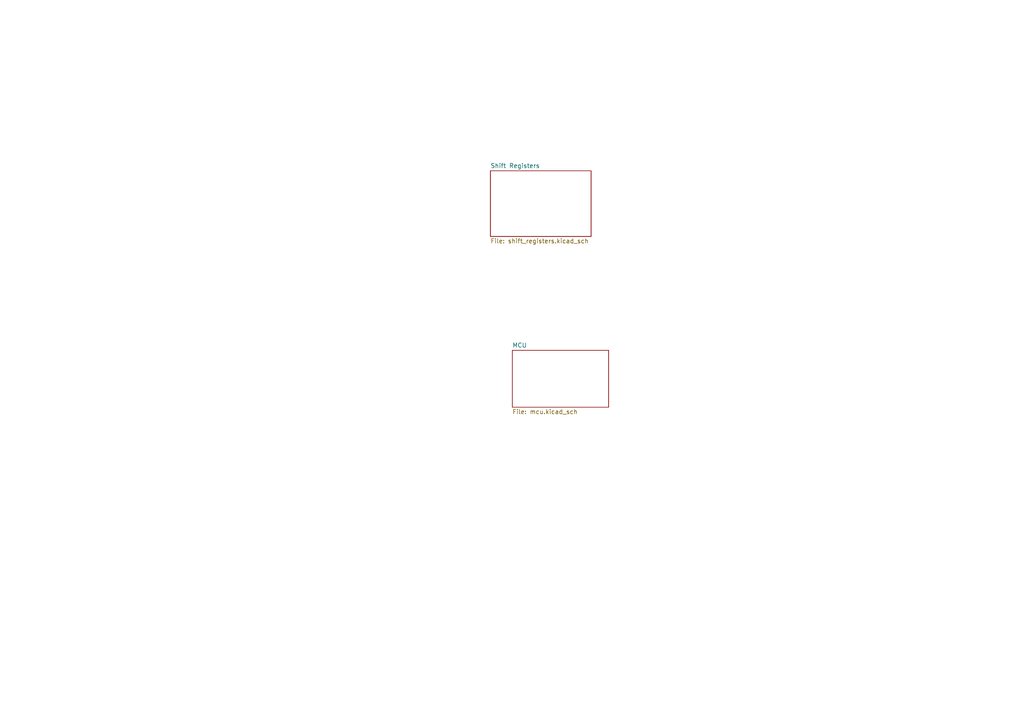
<source format=kicad_sch>
(kicad_sch (version 20211123) (generator eeschema)
  (paper "A4")
  (lib_symbols)
  (sheet (at 148.59 101.6) (size 27.94 16.51) (stroke (width 0.1524))
    (property "Sheet name" "MCU" (at 148.59 100.8884 0) (effects (justify left bottom)))
    (property "Sheet file" "mcu.kicad_sch" (at 148.59 118.6946 0) (effects (justify left top)))
  )
  (sheet (at 142.24 49.53) (size 29.21 19.05) (stroke (width 0.1524))
    (property "Sheet name" "Shift Registers" (at 142.24 48.8184 0) (effects (justify left bottom)))
    (property "Sheet file" "shift_registers.kicad_sch" (at 142.24 69.1646 0) (effects (justify left top)))
  )
)
</source>
